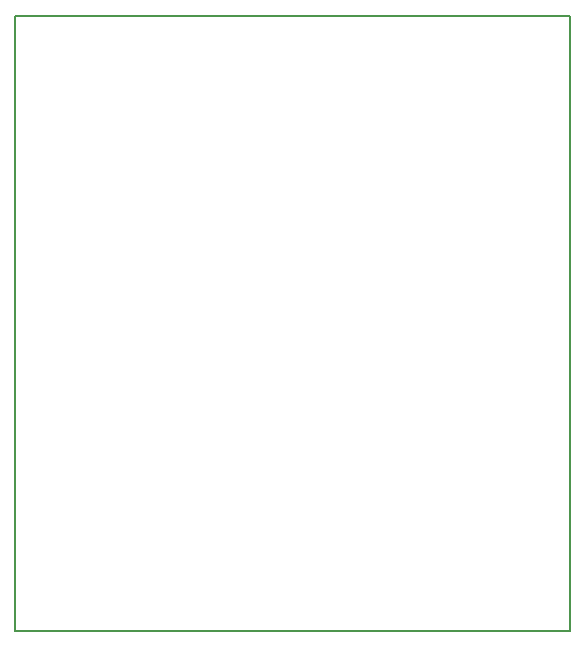
<source format=gbr>
%TF.GenerationSoftware,KiCad,Pcbnew,(7.0.0)*%
%TF.CreationDate,2023-10-09T21:37:50-04:00*%
%TF.ProjectId,CPS V2,43505320-5632-42e6-9b69-6361645f7063,rev?*%
%TF.SameCoordinates,Original*%
%TF.FileFunction,Profile,NP*%
%FSLAX46Y46*%
G04 Gerber Fmt 4.6, Leading zero omitted, Abs format (unit mm)*
G04 Created by KiCad (PCBNEW (7.0.0)) date 2023-10-09 21:37:50*
%MOMM*%
%LPD*%
G01*
G04 APERTURE LIST*
%TA.AperFunction,Profile*%
%ADD10C,0.200000*%
%TD*%
G04 APERTURE END LIST*
D10*
X124460000Y-60960000D02*
X171450000Y-60960000D01*
X171450000Y-60960000D02*
X171450000Y-113030000D01*
X171450000Y-113030000D02*
X124460000Y-113030000D01*
X124460000Y-113030000D02*
X124460000Y-60960000D01*
M02*

</source>
